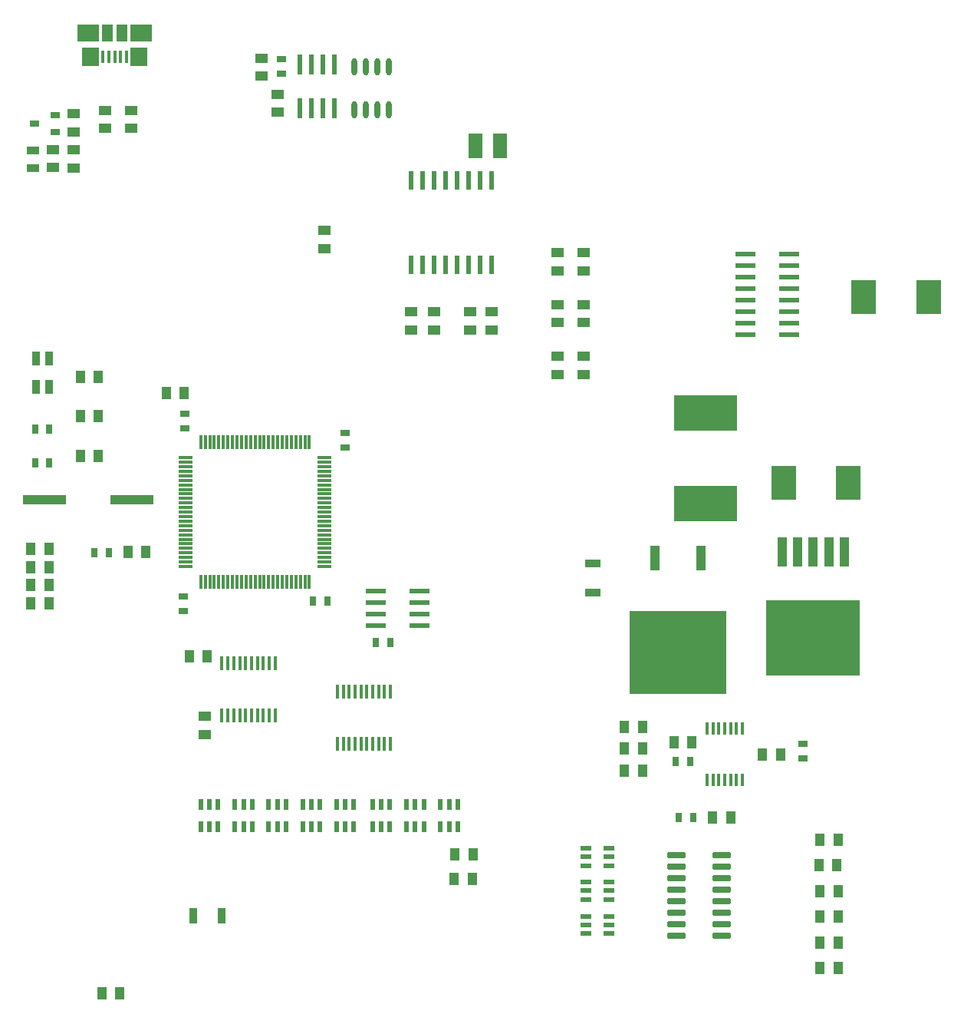
<source format=gtp>
G04*
G04 #@! TF.GenerationSoftware,Altium Limited,Altium Designer,20.0.13 (296)*
G04*
G04 Layer_Color=8421504*
%FSLAX44Y44*%
%MOMM*%
G71*
G01*
G75*
%ADD18R,10.7000X9.2000*%
%ADD19R,1.1000X2.7000*%
%ADD20R,1.5300X2.7200*%
%ADD21R,7.0000X4.0000*%
%ADD22R,1.0500X3.2000*%
%ADD23R,10.4500X8.3000*%
%ADD24R,2.7940X3.8100*%
%ADD25R,0.9000X1.5000*%
%ADD26R,0.6000X2.0600*%
%ADD27R,1.4000X1.0000*%
G04:AMPARAMS|DCode=28|XSize=1.57mm|YSize=0.41mm|CornerRadius=0.0513mm|HoleSize=0mm|Usage=FLASHONLY|Rotation=270.000|XOffset=0mm|YOffset=0mm|HoleType=Round|Shape=RoundedRectangle|*
%AMROUNDEDRECTD28*
21,1,1.5700,0.3075,0,0,270.0*
21,1,1.4675,0.4100,0,0,270.0*
1,1,0.1025,-0.1538,-0.7338*
1,1,0.1025,-0.1538,0.7338*
1,1,0.1025,0.1538,0.7338*
1,1,0.1025,0.1538,-0.7338*
%
%ADD28ROUNDEDRECTD28*%
%ADD29R,1.0000X0.8000*%
%ADD30R,4.8000X1.1000*%
%ADD31R,0.8000X1.0000*%
%ADD32R,1.0000X1.4000*%
%ADD33R,1.2100X0.5800*%
%ADD34R,0.5800X1.2100*%
%ADD35R,1.4700X0.9600*%
%ADD36O,0.6000X1.9000*%
%ADD37R,0.6000X2.2000*%
G04:AMPARAMS|DCode=38|XSize=1.56mm|YSize=0.28mm|CornerRadius=0.035mm|HoleSize=0mm|Usage=FLASHONLY|Rotation=90.000|XOffset=0mm|YOffset=0mm|HoleType=Round|Shape=RoundedRectangle|*
%AMROUNDEDRECTD38*
21,1,1.5600,0.2100,0,0,90.0*
21,1,1.4900,0.2800,0,0,90.0*
1,1,0.0700,0.1050,0.7450*
1,1,0.0700,0.1050,-0.7450*
1,1,0.0700,-0.1050,-0.7450*
1,1,0.0700,-0.1050,0.7450*
%
%ADD38ROUNDEDRECTD38*%
G04:AMPARAMS|DCode=39|XSize=1.56mm|YSize=0.28mm|CornerRadius=0.035mm|HoleSize=0mm|Usage=FLASHONLY|Rotation=0.000|XOffset=0mm|YOffset=0mm|HoleType=Round|Shape=RoundedRectangle|*
%AMROUNDEDRECTD39*
21,1,1.5600,0.2100,0,0,0.0*
21,1,1.4900,0.2800,0,0,0.0*
1,1,0.0700,0.7450,-0.1050*
1,1,0.0700,-0.7450,-0.1050*
1,1,0.0700,-0.7450,0.1050*
1,1,0.0700,0.7450,0.1050*
%
%ADD39ROUNDEDRECTD39*%
%ADD40R,2.3750X1.9000*%
%ADD41R,1.1750X1.9000*%
%ADD42R,1.8500X2.1000*%
%ADD43R,0.4500X1.3800*%
%ADD44R,2.2000X0.6000*%
%ADD45R,1.1000X0.8000*%
G04:AMPARAMS|DCode=46|XSize=1.97mm|YSize=0.6mm|CornerRadius=0.075mm|HoleSize=0mm|Usage=FLASHONLY|Rotation=0.000|XOffset=0mm|YOffset=0mm|HoleType=Round|Shape=RoundedRectangle|*
%AMROUNDEDRECTD46*
21,1,1.9700,0.4500,0,0,0.0*
21,1,1.8200,0.6000,0,0,0.0*
1,1,0.1500,0.9100,-0.2250*
1,1,0.1500,-0.9100,-0.2250*
1,1,0.1500,-0.9100,0.2250*
1,1,0.1500,0.9100,0.2250*
%
%ADD46ROUNDEDRECTD46*%
%ADD47R,0.3556X1.4224*%
%ADD48R,1.8000X0.9000*%
%ADD49R,0.9000X1.8000*%
D18*
X731750Y426500D02*
D03*
D19*
X706350Y531000D02*
D03*
X757150D02*
D03*
D20*
X508590Y985500D02*
D03*
X535410D02*
D03*
D21*
X762500Y591250D02*
D03*
Y691250D02*
D03*
D22*
X915500Y537500D02*
D03*
X898500D02*
D03*
X881500D02*
D03*
X864500D02*
D03*
X847500D02*
D03*
D23*
X881500Y443000D02*
D03*
D24*
X1008685Y819250D02*
D03*
X937315D02*
D03*
X848815Y613750D02*
D03*
X920185D02*
D03*
D25*
X37750Y750750D02*
D03*
X23750D02*
D03*
Y719750D02*
D03*
X37750D02*
D03*
D26*
X437300Y947400D02*
D03*
X450000D02*
D03*
X462700D02*
D03*
X475400D02*
D03*
X488100D02*
D03*
X500800D02*
D03*
X513500D02*
D03*
X526200D02*
D03*
Y854600D02*
D03*
X513500D02*
D03*
X500800D02*
D03*
X488100D02*
D03*
X475400D02*
D03*
X462700D02*
D03*
X450000D02*
D03*
X437300D02*
D03*
D27*
X342000Y872250D02*
D03*
Y892250D02*
D03*
X272250Y1062500D02*
D03*
Y1082500D02*
D03*
X290250Y1042750D02*
D03*
Y1022750D02*
D03*
X526750Y802500D02*
D03*
Y782500D02*
D03*
X502250Y782500D02*
D03*
Y802500D02*
D03*
X462500Y802500D02*
D03*
Y782500D02*
D03*
X437500Y802500D02*
D03*
Y782500D02*
D03*
X599000Y753500D02*
D03*
Y733500D02*
D03*
X628250Y733500D02*
D03*
Y753500D02*
D03*
X599000Y867750D02*
D03*
Y847750D02*
D03*
Y810625D02*
D03*
Y790625D02*
D03*
X628250Y790625D02*
D03*
Y810625D02*
D03*
X209750Y356500D02*
D03*
Y336500D02*
D03*
X99250Y1025000D02*
D03*
Y1005000D02*
D03*
X65000Y1021000D02*
D03*
Y1001000D02*
D03*
X65000Y981500D02*
D03*
Y961500D02*
D03*
X42250Y981750D02*
D03*
Y961750D02*
D03*
X128250Y1025000D02*
D03*
Y1005000D02*
D03*
X628250Y847750D02*
D03*
Y867750D02*
D03*
D28*
X287250Y357800D02*
D03*
X280750D02*
D03*
X274250D02*
D03*
X267750D02*
D03*
X261250D02*
D03*
X254750D02*
D03*
X248250D02*
D03*
X241750D02*
D03*
X235250D02*
D03*
X228750D02*
D03*
Y415200D02*
D03*
X235250D02*
D03*
X241750D02*
D03*
X248250D02*
D03*
X254750D02*
D03*
X261250D02*
D03*
X267750D02*
D03*
X274250D02*
D03*
X280750D02*
D03*
X287250D02*
D03*
X414750Y326550D02*
D03*
X408250D02*
D03*
X401750D02*
D03*
X395250D02*
D03*
X388750D02*
D03*
X382250D02*
D03*
X375750D02*
D03*
X369250D02*
D03*
X362750D02*
D03*
X356250D02*
D03*
Y383950D02*
D03*
X362750D02*
D03*
X369250D02*
D03*
X375750D02*
D03*
X382250D02*
D03*
X388750D02*
D03*
X395250D02*
D03*
X401750D02*
D03*
X408250D02*
D03*
X414750D02*
D03*
D29*
X294250Y1081250D02*
D03*
Y1065250D02*
D03*
X870500Y325750D02*
D03*
Y309750D02*
D03*
X185750Y488750D02*
D03*
Y472750D02*
D03*
X187750Y690000D02*
D03*
Y674000D02*
D03*
X364250Y652750D02*
D03*
Y668750D02*
D03*
D30*
X33000Y595250D02*
D03*
X129000D02*
D03*
D31*
X38250Y636250D02*
D03*
X22250D02*
D03*
X38250Y673500D02*
D03*
X22250D02*
D03*
X745500Y306750D02*
D03*
X729500D02*
D03*
X733250Y244500D02*
D03*
X749250D02*
D03*
X414250Y437500D02*
D03*
X398250D02*
D03*
X329000Y483750D02*
D03*
X345000D02*
D03*
X103500Y537000D02*
D03*
X87500D02*
D03*
D32*
X192500Y422250D02*
D03*
X212500D02*
D03*
X672750Y296750D02*
D03*
X692750D02*
D03*
X673000Y344750D02*
D03*
X693000D02*
D03*
X673120Y320780D02*
D03*
X693120D02*
D03*
X825500Y314500D02*
D03*
X845500D02*
D03*
X747750Y327500D02*
D03*
X727750D02*
D03*
X790250Y245250D02*
D03*
X770250D02*
D03*
X888750Y78500D02*
D03*
X908750D02*
D03*
X888750Y106500D02*
D03*
X908750D02*
D03*
X888750Y135750D02*
D03*
X908750D02*
D03*
X889000Y163500D02*
D03*
X909000D02*
D03*
X889000Y220500D02*
D03*
X909000D02*
D03*
X887750Y192500D02*
D03*
X907750D02*
D03*
X485750Y204000D02*
D03*
X505750D02*
D03*
X485250Y177000D02*
D03*
X505250D02*
D03*
X17500Y501000D02*
D03*
X37500D02*
D03*
X17500Y521000D02*
D03*
X37500D02*
D03*
X17500Y541250D02*
D03*
X37500D02*
D03*
X17500Y480750D02*
D03*
X37500D02*
D03*
X124750Y537500D02*
D03*
X144750D02*
D03*
X116000Y51000D02*
D03*
X96000D02*
D03*
X167000Y713000D02*
D03*
X187000D02*
D03*
X72250Y730500D02*
D03*
X92250D02*
D03*
X72250Y687375D02*
D03*
X92250D02*
D03*
X72250Y643500D02*
D03*
X92250D02*
D03*
D33*
X655550Y117000D02*
D03*
Y126500D02*
D03*
Y136000D02*
D03*
X630450Y117000D02*
D03*
Y126500D02*
D03*
Y136000D02*
D03*
X655550Y154500D02*
D03*
Y164000D02*
D03*
Y173500D02*
D03*
X630450Y154500D02*
D03*
Y164000D02*
D03*
Y173500D02*
D03*
X655550Y191750D02*
D03*
Y201250D02*
D03*
Y210750D02*
D03*
X630450Y191750D02*
D03*
Y201250D02*
D03*
Y210750D02*
D03*
D34*
X224500Y259500D02*
D03*
X215000D02*
D03*
X205500D02*
D03*
X224500Y234400D02*
D03*
X215000D02*
D03*
X205500D02*
D03*
X262000Y259500D02*
D03*
X252500D02*
D03*
X243000D02*
D03*
X262000Y234400D02*
D03*
X252500D02*
D03*
X243000D02*
D03*
X299250Y259500D02*
D03*
X289750D02*
D03*
X280250D02*
D03*
X299250Y234400D02*
D03*
X289750D02*
D03*
X280250D02*
D03*
X336750Y259500D02*
D03*
X327250D02*
D03*
X317750D02*
D03*
X336750Y234400D02*
D03*
X327250D02*
D03*
X317750D02*
D03*
X374250Y259500D02*
D03*
X364750D02*
D03*
X355250D02*
D03*
X374250Y234400D02*
D03*
X364750D02*
D03*
X355250D02*
D03*
X413750Y259500D02*
D03*
X404250D02*
D03*
X394750D02*
D03*
X413750Y234400D02*
D03*
X404250D02*
D03*
X394750D02*
D03*
X489000Y259500D02*
D03*
X479500D02*
D03*
X470000D02*
D03*
X489000Y234400D02*
D03*
X479500D02*
D03*
X470000D02*
D03*
X451500Y259500D02*
D03*
X442000D02*
D03*
X432500D02*
D03*
X451500Y234400D02*
D03*
X442000D02*
D03*
X432500D02*
D03*
D35*
X19750Y960970D02*
D03*
Y980530D02*
D03*
D36*
X413050Y1072500D02*
D03*
X400350D02*
D03*
X387650D02*
D03*
X374950D02*
D03*
X413050Y1025500D02*
D03*
X400350D02*
D03*
X387650D02*
D03*
X374950D02*
D03*
D37*
X352800Y1075500D02*
D03*
X340100D02*
D03*
X327400D02*
D03*
X314700D02*
D03*
X352800Y1027500D02*
D03*
X340100D02*
D03*
X327400D02*
D03*
X314700D02*
D03*
D38*
X205250Y504950D02*
D03*
X210250D02*
D03*
X215250D02*
D03*
X220250D02*
D03*
X225250D02*
D03*
X230250D02*
D03*
X235250D02*
D03*
X240250D02*
D03*
X245250D02*
D03*
X250250D02*
D03*
X255250D02*
D03*
X260250D02*
D03*
X265250D02*
D03*
X270250D02*
D03*
X275250D02*
D03*
X280250D02*
D03*
X285250D02*
D03*
X290250D02*
D03*
X295250D02*
D03*
X300250D02*
D03*
X305250D02*
D03*
X310250D02*
D03*
X315250D02*
D03*
X320250D02*
D03*
X325250D02*
D03*
Y658550D02*
D03*
X320250D02*
D03*
X315250D02*
D03*
X310250D02*
D03*
X305250D02*
D03*
X300250D02*
D03*
X295250D02*
D03*
X290250D02*
D03*
X285250D02*
D03*
X280250D02*
D03*
X275250D02*
D03*
X270250D02*
D03*
X265250D02*
D03*
X260250D02*
D03*
X255250D02*
D03*
X250250D02*
D03*
X245250D02*
D03*
X240250D02*
D03*
X235250D02*
D03*
X230250D02*
D03*
X225250D02*
D03*
X220250D02*
D03*
X215250D02*
D03*
X210250D02*
D03*
X205250D02*
D03*
D39*
X188450Y641750D02*
D03*
Y636750D02*
D03*
Y631750D02*
D03*
Y626750D02*
D03*
Y621750D02*
D03*
Y616750D02*
D03*
Y611750D02*
D03*
Y606750D02*
D03*
Y601750D02*
D03*
Y596750D02*
D03*
Y591750D02*
D03*
Y586750D02*
D03*
Y581750D02*
D03*
Y576750D02*
D03*
Y571750D02*
D03*
Y566750D02*
D03*
Y561750D02*
D03*
Y556750D02*
D03*
Y551750D02*
D03*
Y546750D02*
D03*
Y541750D02*
D03*
Y536750D02*
D03*
Y531750D02*
D03*
Y526750D02*
D03*
Y521750D02*
D03*
X342050D02*
D03*
Y526750D02*
D03*
Y531750D02*
D03*
Y536750D02*
D03*
Y541750D02*
D03*
Y546750D02*
D03*
Y551750D02*
D03*
Y556750D02*
D03*
Y561750D02*
D03*
Y566750D02*
D03*
Y571750D02*
D03*
Y576750D02*
D03*
Y581750D02*
D03*
Y586750D02*
D03*
Y591750D02*
D03*
Y596750D02*
D03*
Y601750D02*
D03*
Y606750D02*
D03*
Y611750D02*
D03*
Y616750D02*
D03*
Y621750D02*
D03*
Y626750D02*
D03*
Y631750D02*
D03*
Y636750D02*
D03*
Y641750D02*
D03*
D40*
X81250Y1110500D02*
D03*
X139250D02*
D03*
D41*
X102000Y1110400D02*
D03*
X118500D02*
D03*
D42*
X83750Y1083900D02*
D03*
X136750D02*
D03*
D43*
X123250D02*
D03*
X116750D02*
D03*
X110250D02*
D03*
X103750D02*
D03*
X97250D02*
D03*
D44*
X854750Y777550D02*
D03*
Y790250D02*
D03*
Y802950D02*
D03*
Y815650D02*
D03*
Y828350D02*
D03*
Y841050D02*
D03*
Y853750D02*
D03*
Y866450D02*
D03*
X806750Y777550D02*
D03*
Y790250D02*
D03*
Y802950D02*
D03*
Y815650D02*
D03*
Y828350D02*
D03*
Y841050D02*
D03*
Y853750D02*
D03*
Y866450D02*
D03*
X398500Y494300D02*
D03*
Y481600D02*
D03*
Y468900D02*
D03*
Y456200D02*
D03*
X446500Y494300D02*
D03*
Y481600D02*
D03*
Y468900D02*
D03*
Y456200D02*
D03*
D45*
X22000Y1010000D02*
D03*
X44500Y1019500D02*
D03*
Y1000500D02*
D03*
D46*
X780000Y203200D02*
D03*
Y190500D02*
D03*
Y177800D02*
D03*
Y165100D02*
D03*
Y152400D02*
D03*
Y139700D02*
D03*
Y127000D02*
D03*
Y114300D02*
D03*
X730500D02*
D03*
Y127000D02*
D03*
Y139700D02*
D03*
Y152400D02*
D03*
Y165100D02*
D03*
Y177800D02*
D03*
Y190500D02*
D03*
Y203200D02*
D03*
D47*
X803308Y343198D02*
D03*
X796704D02*
D03*
X790354D02*
D03*
X783750D02*
D03*
X777146D02*
D03*
X770796D02*
D03*
X764192D02*
D03*
Y286302D02*
D03*
X770796D02*
D03*
X777146D02*
D03*
X783750D02*
D03*
X790354D02*
D03*
X796704D02*
D03*
X803308D02*
D03*
D48*
X638500Y525250D02*
D03*
Y493250D02*
D03*
D49*
X196750Y136250D02*
D03*
X228750D02*
D03*
M02*

</source>
